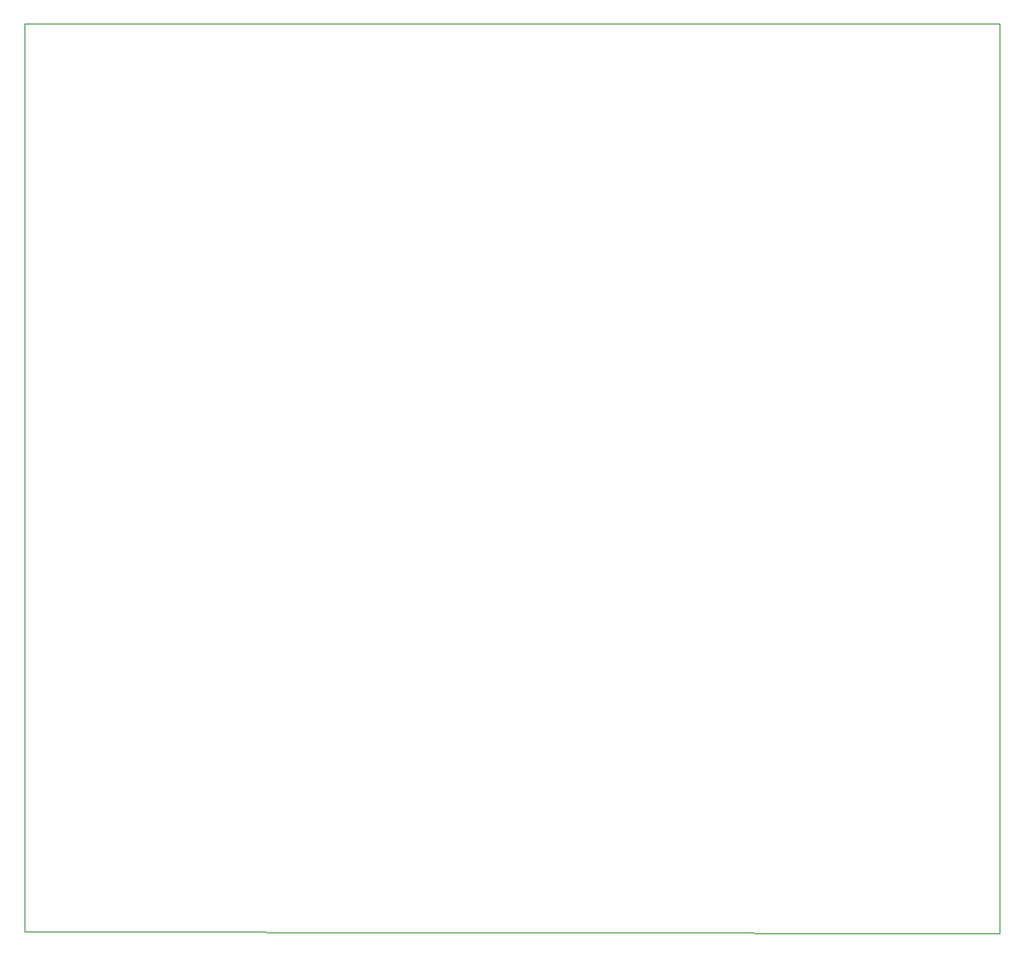
<source format=gbr>
%TF.GenerationSoftware,KiCad,Pcbnew,(5.1.6)-1*%
%TF.CreationDate,2021-01-18T21:57:41+00:00*%
%TF.ProjectId,z80 Processor,7a383020-5072-46f6-9365-73736f722e6b,v01*%
%TF.SameCoordinates,Original*%
%TF.FileFunction,Profile,NP*%
%FSLAX46Y46*%
G04 Gerber Fmt 4.6, Leading zero omitted, Abs format (unit mm)*
G04 Created by KiCad (PCBNEW (5.1.6)-1) date 2021-01-18 21:57:41*
%MOMM*%
%LPD*%
G01*
G04 APERTURE LIST*
%TA.AperFunction,Profile*%
%ADD10C,0.050000*%
%TD*%
G04 APERTURE END LIST*
D10*
X165650000Y-52450000D02*
X189100000Y-52450000D01*
X98100000Y-52450000D02*
X98100000Y-62298000D01*
X165650000Y-52450000D02*
X98100000Y-52450000D01*
X189100000Y-57450000D02*
X189100000Y-52450000D01*
X189100000Y-57450000D02*
X189100000Y-137450000D01*
X98100000Y-62298000D02*
X98100000Y-137300000D01*
X98100000Y-137300000D02*
X189100000Y-137450000D01*
M02*

</source>
